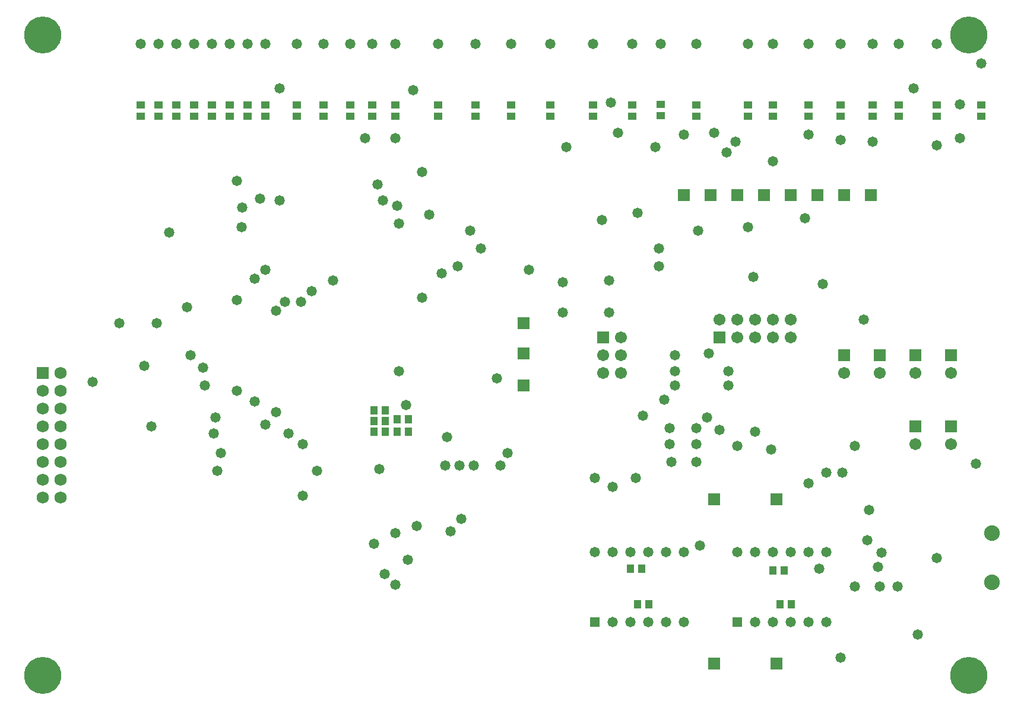
<source format=gbs>
G04*
G04 #@! TF.GenerationSoftware,Altium Limited,Altium Designer,22.3.1 (43)*
G04*
G04 Layer_Color=16711935*
%FSLAX25Y25*%
%MOIN*%
G70*
G04*
G04 #@! TF.SameCoordinates,1903AC94-178F-402A-AE6A-EB822E6E4443*
G04*
G04*
G04 #@! TF.FilePolarity,Negative*
G04*
G01*
G75*
%ADD31R,0.03950X0.04540*%
%ADD35R,0.04540X0.03950*%
%ADD38C,0.08800*%
%ADD39R,0.06706X0.06706*%
%ADD40R,0.05800X0.05800*%
%ADD41C,0.05800*%
%ADD42C,0.20800*%
%ADD43C,0.06706*%
%ADD44R,0.06706X0.06706*%
%ADD45C,0.06800*%
%ADD46R,0.06800X0.06800*%
D31*
X218850Y157000D02*
D03*
X225150D02*
D03*
X218850Y164000D02*
D03*
X225150D02*
D03*
X212150Y157000D02*
D03*
X205850D02*
D03*
X212150Y163000D02*
D03*
X205850D02*
D03*
X212150Y169000D02*
D03*
X205850D02*
D03*
X429850Y79000D02*
D03*
X436150D02*
D03*
X349850Y80000D02*
D03*
X356150D02*
D03*
X353850Y60000D02*
D03*
X360150D02*
D03*
X433850D02*
D03*
X440150D02*
D03*
D35*
X351000Y340650D02*
D03*
Y334350D02*
D03*
X547000Y340650D02*
D03*
Y334350D02*
D03*
X522000D02*
D03*
Y340650D02*
D03*
X387000D02*
D03*
Y334350D02*
D03*
X500500Y340650D02*
D03*
Y334350D02*
D03*
X329000Y340650D02*
D03*
Y334350D02*
D03*
X263000Y340650D02*
D03*
Y334350D02*
D03*
X242000Y340650D02*
D03*
Y334350D02*
D03*
X305000Y340650D02*
D03*
Y334350D02*
D03*
X283000Y340650D02*
D03*
Y334350D02*
D03*
X367000Y341150D02*
D03*
Y334850D02*
D03*
X486000Y340650D02*
D03*
Y334350D02*
D03*
X468000Y340650D02*
D03*
Y334350D02*
D03*
X450000Y340650D02*
D03*
Y334350D02*
D03*
X416000Y340650D02*
D03*
Y334350D02*
D03*
X430000Y340650D02*
D03*
Y334350D02*
D03*
X205000Y340650D02*
D03*
Y334350D02*
D03*
X218000Y340650D02*
D03*
Y334350D02*
D03*
X192500Y340650D02*
D03*
Y334350D02*
D03*
X177500D02*
D03*
Y340650D02*
D03*
X162500D02*
D03*
Y334350D02*
D03*
X125000Y340650D02*
D03*
Y334350D02*
D03*
X115000Y340650D02*
D03*
Y334350D02*
D03*
X105000Y340650D02*
D03*
Y334350D02*
D03*
X95000Y340650D02*
D03*
Y334350D02*
D03*
X145000Y340650D02*
D03*
Y334350D02*
D03*
X135000Y340650D02*
D03*
Y334350D02*
D03*
X85000Y340650D02*
D03*
Y334350D02*
D03*
X75000Y340650D02*
D03*
Y334350D02*
D03*
D38*
X552848Y72500D02*
D03*
Y100000D02*
D03*
D39*
X440000Y290000D02*
D03*
X395000D02*
D03*
X380000D02*
D03*
X410000D02*
D03*
X485000D02*
D03*
X425000D02*
D03*
X470000D02*
D03*
X455000D02*
D03*
X290000Y183000D02*
D03*
Y218000D02*
D03*
Y201000D02*
D03*
X530000Y200000D02*
D03*
X510000D02*
D03*
X490000D02*
D03*
X470000D02*
D03*
X530000Y160000D02*
D03*
X510000D02*
D03*
X400000Y210000D02*
D03*
X397000Y26800D02*
D03*
Y119000D02*
D03*
X432000Y26800D02*
D03*
Y119000D02*
D03*
D40*
X410000Y50000D02*
D03*
X330000D02*
D03*
D41*
X420000D02*
D03*
X430000D02*
D03*
X440000D02*
D03*
X450000D02*
D03*
X460000D02*
D03*
X410000Y89370D02*
D03*
X420000D02*
D03*
X430000D02*
D03*
X440000D02*
D03*
X450000D02*
D03*
X460000D02*
D03*
X380000D02*
D03*
X370000D02*
D03*
X360000D02*
D03*
X350000D02*
D03*
X340000D02*
D03*
X330000D02*
D03*
X380000Y50000D02*
D03*
X370000D02*
D03*
X360000D02*
D03*
X350000D02*
D03*
X340000D02*
D03*
X393000Y165000D02*
D03*
X405000Y191000D02*
D03*
Y183000D02*
D03*
X369000Y175000D02*
D03*
X275000Y187000D02*
D03*
X476000Y149000D02*
D03*
X389000Y93000D02*
D03*
X206000Y94000D02*
D03*
X500000Y70000D02*
D03*
X400000Y158000D02*
D03*
X483000Y96000D02*
D03*
X410000Y149000D02*
D03*
X420000Y157000D02*
D03*
X484000Y113000D02*
D03*
X476000Y70000D02*
D03*
X456000Y80000D02*
D03*
X489000Y81000D02*
D03*
X429000Y147000D02*
D03*
X469000Y134000D02*
D03*
X490000Y70000D02*
D03*
X491000Y89000D02*
D03*
X460000Y134000D02*
D03*
X353000Y131000D02*
D03*
X450000Y128000D02*
D03*
X330000Y131000D02*
D03*
X249000Y101000D02*
D03*
X255000Y108000D02*
D03*
X218000Y100000D02*
D03*
X246000Y138000D02*
D03*
X244000Y246000D02*
D03*
X254000Y138000D02*
D03*
X230000Y104000D02*
D03*
X253000Y250000D02*
D03*
X84000Y218000D02*
D03*
X63000D02*
D03*
X233000Y232414D02*
D03*
X293000Y248000D02*
D03*
X312000Y241000D02*
D03*
Y224000D02*
D03*
X357000Y166000D02*
D03*
X354000Y280000D02*
D03*
X338000Y224000D02*
D03*
X366000Y260000D02*
D03*
X375000Y183000D02*
D03*
X366000Y250000D02*
D03*
X375000Y191000D02*
D03*
Y200000D02*
D03*
X281000Y145000D02*
D03*
X277000Y138000D02*
D03*
X340000Y126000D02*
D03*
X166000Y121000D02*
D03*
X373000Y140000D02*
D03*
X387000D02*
D03*
Y150000D02*
D03*
X372000D02*
D03*
X387000Y159000D02*
D03*
X372000D02*
D03*
X522000Y318000D02*
D03*
X77000Y194000D02*
D03*
X151000Y225000D02*
D03*
X103000Y200000D02*
D03*
X48000Y185000D02*
D03*
X110000Y193000D02*
D03*
X111000Y183000D02*
D03*
X262000Y138000D02*
D03*
X237000Y279000D02*
D03*
X260000Y270000D02*
D03*
X266000Y260000D02*
D03*
X225000Y85000D02*
D03*
X212000Y77000D02*
D03*
X218000Y71000D02*
D03*
X116000Y156000D02*
D03*
X409000Y320000D02*
D03*
X404000Y314000D02*
D03*
X468000Y321000D02*
D03*
X314000Y317000D02*
D03*
X338000Y242000D02*
D03*
X397000Y325000D02*
D03*
X450000Y324000D02*
D03*
X486000Y320000D02*
D03*
X430000Y309000D02*
D03*
X416000Y272000D02*
D03*
X394000Y201000D02*
D03*
X388000Y270000D02*
D03*
X481000Y220000D02*
D03*
X458000Y240000D02*
D03*
X522000Y86000D02*
D03*
X233000Y303000D02*
D03*
X211000Y287000D02*
D03*
X219000Y284000D02*
D03*
X220000Y274000D02*
D03*
X218000Y322000D02*
D03*
X208000Y296000D02*
D03*
X201000Y322000D02*
D03*
X142000Y288000D02*
D03*
X120000Y145000D02*
D03*
X153000Y287000D02*
D03*
X117000Y165000D02*
D03*
X129000Y298000D02*
D03*
X139000Y174000D02*
D03*
X145000Y161000D02*
D03*
X156000Y230000D02*
D03*
X158000Y156000D02*
D03*
X151000Y168000D02*
D03*
X166000Y150000D02*
D03*
X165000Y230000D02*
D03*
X174000Y135000D02*
D03*
X171000Y236000D02*
D03*
X145000Y248000D02*
D03*
X139000Y243000D02*
D03*
X129000Y180000D02*
D03*
X131500Y272000D02*
D03*
X118000Y135000D02*
D03*
X129000Y231000D02*
D03*
X132000Y283000D02*
D03*
X81000Y160000D02*
D03*
X101000Y227000D02*
D03*
X91000Y269000D02*
D03*
X364000Y317000D02*
D03*
X343000Y325000D02*
D03*
X380000Y324000D02*
D03*
X183000Y242000D02*
D03*
X334000Y276000D02*
D03*
X448000Y277000D02*
D03*
X419000Y244000D02*
D03*
X544000Y139000D02*
D03*
X511120Y43120D02*
D03*
X468000Y30000D02*
D03*
X220000Y191000D02*
D03*
X224000Y172000D02*
D03*
X247000Y154000D02*
D03*
X209000Y136000D02*
D03*
X339000Y342000D02*
D03*
X351000Y375000D02*
D03*
X367000D02*
D03*
X535000Y322000D02*
D03*
X509000Y350000D02*
D03*
X228000Y349000D02*
D03*
X153000Y350000D02*
D03*
X535000Y341000D02*
D03*
X547000Y364000D02*
D03*
X522000Y375000D02*
D03*
X500500D02*
D03*
X486000D02*
D03*
X468000D02*
D03*
X450000D02*
D03*
X430000D02*
D03*
X416000D02*
D03*
X387000D02*
D03*
X329000D02*
D03*
X305000D02*
D03*
X283000D02*
D03*
X263000D02*
D03*
X242000D02*
D03*
X218000D02*
D03*
X205000D02*
D03*
X192500D02*
D03*
X177500D02*
D03*
X162500D02*
D03*
X145000D02*
D03*
X135000D02*
D03*
X125000D02*
D03*
X115000D02*
D03*
X105000D02*
D03*
X95000D02*
D03*
X85000D02*
D03*
X75000D02*
D03*
D42*
X20000Y20000D02*
D03*
X540000D02*
D03*
Y380000D02*
D03*
X20000D02*
D03*
D43*
X344500Y190000D02*
D03*
X334500D02*
D03*
X344500Y200000D02*
D03*
X334500D02*
D03*
X344500Y210000D02*
D03*
X530000Y190000D02*
D03*
X510000D02*
D03*
X490000D02*
D03*
X470000D02*
D03*
X530000Y150000D02*
D03*
X510000D02*
D03*
X400000Y220000D02*
D03*
X410000Y210000D02*
D03*
Y220000D02*
D03*
X420000Y210000D02*
D03*
Y220000D02*
D03*
X430000Y210000D02*
D03*
Y220000D02*
D03*
X440000Y210000D02*
D03*
Y220000D02*
D03*
D44*
X334500Y210000D02*
D03*
D45*
X30000Y120000D02*
D03*
Y130000D02*
D03*
Y140000D02*
D03*
Y150000D02*
D03*
Y160000D02*
D03*
Y170000D02*
D03*
Y180000D02*
D03*
X20000Y120000D02*
D03*
Y130000D02*
D03*
Y140000D02*
D03*
Y150000D02*
D03*
Y160000D02*
D03*
Y170000D02*
D03*
X30000Y190000D02*
D03*
X20000Y180000D02*
D03*
D46*
Y190000D02*
D03*
M02*

</source>
